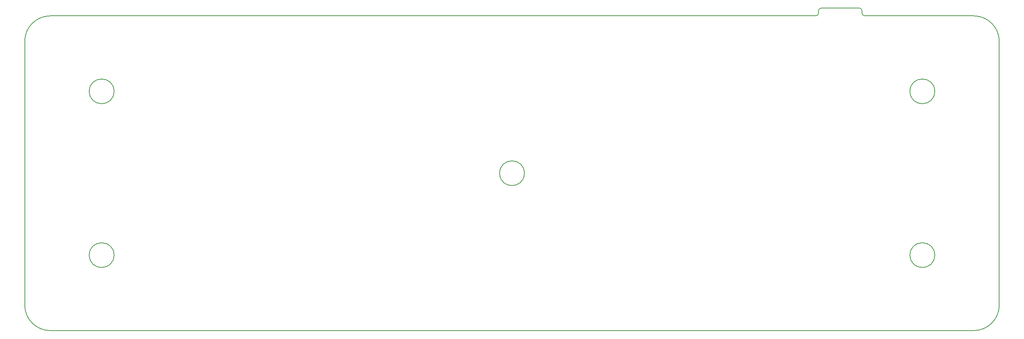
<source format=gm1>
G04 #@! TF.GenerationSoftware,KiCad,Pcbnew,5.0.1*
G04 #@! TF.CreationDate,2019-02-20T21:24:26-03:00*
G04 #@! TF.ProjectId,shark,736861726B2E6B696361645F70636200,V3.1*
G04 #@! TF.SameCoordinates,Original*
G04 #@! TF.FileFunction,Profile,NP*
%FSLAX46Y46*%
G04 Gerber Fmt 4.6, Leading zero omitted, Abs format (unit mm)*
G04 Created by KiCad (PCBNEW 5.0.1) date Wed 20 Feb 2019 09:24:26 PM -03*
%MOMM*%
%LPD*%
G01*
G04 APERTURE LIST*
%ADD10C,0.150000*%
G04 APERTURE END LIST*
D10*
X35650500Y-72164751D02*
G75*
G02X41588000Y-66227251I5937500J0D01*
G01*
X41588000Y-139258625D02*
G75*
G02X35650500Y-133321125I0J5937500D01*
G01*
X261275500Y-133321125D02*
G75*
G02X255338000Y-139258625I-5937500J0D01*
G01*
X255338000Y-66227375D02*
G75*
G02X261275500Y-72164875I0J-5937500D01*
G01*
X246330134Y-121743064D02*
G75*
G03X246330134Y-121743064I-2866814J0D01*
G01*
X246330134Y-83742936D02*
G75*
G03X246330134Y-83742936I-2866814J0D01*
G01*
X151329814Y-102743000D02*
G75*
G03X151329814Y-102743000I-2866814J0D01*
G01*
X56329814Y-121743064D02*
G75*
G03X56329814Y-121743064I-2866814J0D01*
G01*
X56329494Y-83742936D02*
G75*
G03X56329494Y-83742936I-2866814J0D01*
G01*
X220009875Y-64446125D02*
X228916396Y-64445995D01*
X219416125Y-65633625D02*
X219416125Y-65039875D01*
X228916398Y-64445997D02*
G75*
G02X229510148Y-65039747I0J-593750D01*
G01*
X230103623Y-66227375D02*
G75*
G02X229509873Y-65633625I0J593750D01*
G01*
X219416125Y-65039875D02*
G75*
G02X220009875Y-64446125I593750J0D01*
G01*
X219416362Y-65633501D02*
G75*
G02X218822612Y-66227251I-593750J0D01*
G01*
X229509873Y-65633625D02*
X229509873Y-65039875D01*
X35650500Y-133321125D02*
X35650500Y-72164875D01*
X255338000Y-139258625D02*
X41588000Y-139258625D01*
X261275500Y-72164875D02*
X261275500Y-133321125D01*
X230103623Y-66227375D02*
X255338000Y-66227375D01*
X41588000Y-66227375D02*
X218822375Y-66227375D01*
M02*

</source>
